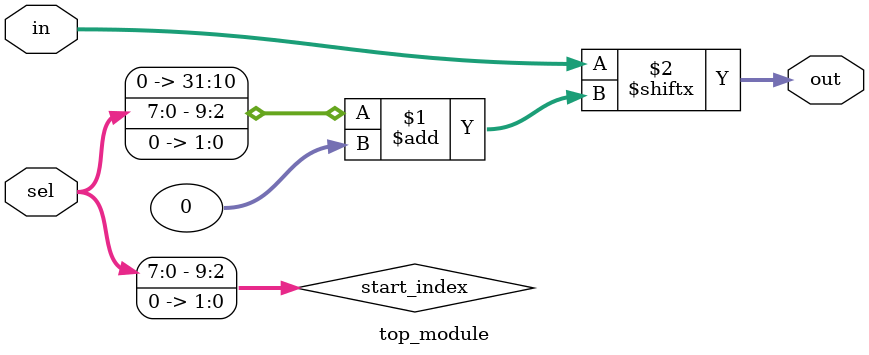
<source format=sv>
module top_module (
	input [1023:0] in,
	input [7:0] sel,
	output [3:0] out
);

	// Calculate the starting index of the 4-bit block
	wire [9:0] start_index = {sel, 2'b00};
	
	// Extract the 4-bit block from the input vector
	assign out = in[start_index +: 4];

endmodule

</source>
